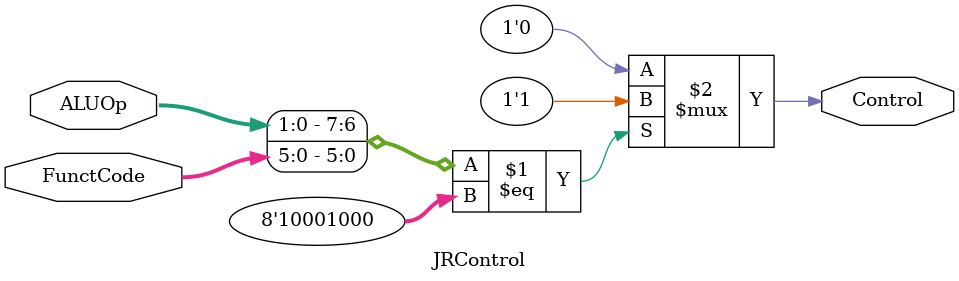
<source format=v>
`timescale 1ns / 1ps


module JRControl(Control, ALUOp, FunctCode);
input [1:0] ALUOp;
input [5:0] FunctCode;
output Control;

assign Control = ({ALUOp,FunctCode} == 8'b10001000) ? 1'b1 : 1'b0;
endmodule

</source>
